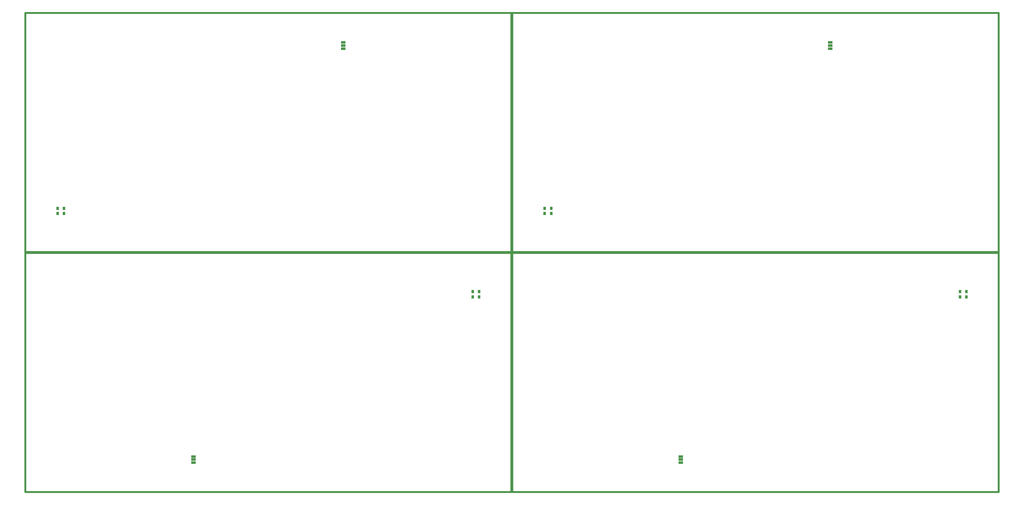
<source format=gbp>
G04*
G04 #@! TF.GenerationSoftware,Altium Limited,Altium Designer,20.0.14 (345)*
G04*
G04 Layer_Color=128*
%FSLAX44Y44*%
%MOMM*%
G71*
G01*
G75*
%ADD10R,1.2700X0.6350*%
%ADD12R,0.8000X0.9000*%
%ADD41C,0.5000*%
D10*
X849999Y1187372D02*
D03*
Y1195500D02*
D03*
Y1203628D02*
D03*
X2152499Y1187372D02*
D03*
Y1195500D02*
D03*
Y1203628D02*
D03*
X1752501Y95128D02*
D03*
Y87000D02*
D03*
Y78872D02*
D03*
X450001Y95128D02*
D03*
Y87000D02*
D03*
Y78872D02*
D03*
D12*
X86459Y759770D02*
D03*
X103459D02*
D03*
X86459Y745770D02*
D03*
X103459D02*
D03*
X1388959Y759770D02*
D03*
X1405959D02*
D03*
X1388959Y745770D02*
D03*
X1405959D02*
D03*
X2516041Y522730D02*
D03*
X2499041D02*
D03*
X2516041Y536730D02*
D03*
X2499041D02*
D03*
X1213541Y522730D02*
D03*
X1196541D02*
D03*
X1213541Y536730D02*
D03*
X1196541D02*
D03*
D41*
X0Y0D02*
Y1283000D01*
X2603000D01*
X2603000Y0D01*
X0D02*
X2603000D01*
X-1Y1282500D02*
Y642500D01*
X1299999D02*
X-1D01*
X1300000Y1282500D02*
X1299999Y642500D01*
X1300000Y1282500D02*
X-1D01*
X1302499D02*
Y642500D01*
X2602499D02*
X1302499D01*
X2602500Y1282500D02*
X2602499Y642500D01*
X2602500Y1282500D02*
X1302499D01*
X2602501Y0D02*
Y640000D01*
X1302501D02*
X2602501D01*
X1302500Y0D02*
X1302501Y640000D01*
X1302500Y0D02*
X2602501D01*
X1300001D02*
Y640000D01*
X1D02*
X1300001D01*
X0Y0D02*
X1Y640000D01*
X0Y0D02*
X1300001D01*
M02*

</source>
